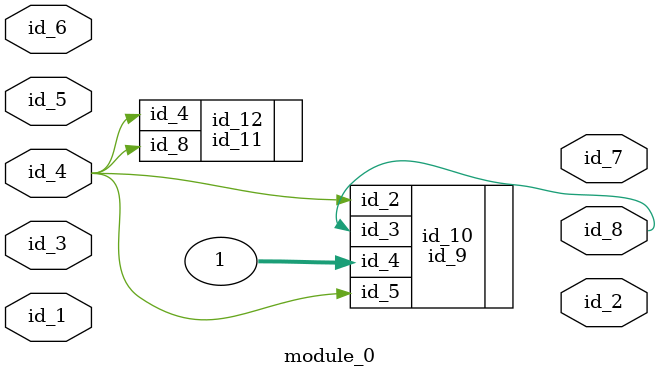
<source format=v>
module module_0 (
    id_1,
    id_2,
    id_3,
    id_4,
    id_5,
    id_6,
    id_7,
    id_8
);
  output id_8;
  output id_7;
  input id_6;
  input id_5;
  input id_4;
  input id_3;
  output id_2;
  input id_1;
  id_9 id_10 (
      .id_3(id_8),
      .id_4(1),
      .id_5(id_4),
      .id_2(id_4)
  );
  id_11 id_12 (
      .id_4(id_4),
      .id_8(id_4)
  );
  id_13 id_14 (
      .id_1(id_3),
      .id_6(id_7[id_5])
  );
endmodule

</source>
